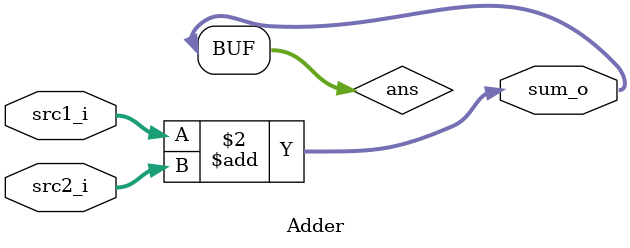
<source format=v>
/***************************************************
Student Name: 翁堉豪
Student ID: 0816160
***************************************************/

`timescale 1ns/1ps

module Adder(
    input  [32-1:0] src1_i,
	input  [32-1:0] src2_i,
	output [32-1:0] sum_o
	);
    
/* Write your code HERE */
reg [32-1:0] ans;

assign sum_o = ans;

always @(*) begin
	ans <= src1_i + src2_i;
end
 

endmodule
</source>
